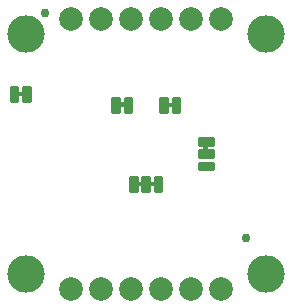
<source format=gbs>
G04 EAGLE Gerber RS-274X export*
G75*
%MOMM*%
%FSLAX34Y34*%
%LPD*%
%INSoldermask Bottom*%
%IPPOS*%
%AMOC8*
5,1,8,0,0,1.08239X$1,22.5*%
G01*
%ADD10C,0.228344*%
%ADD11C,3.175000*%
%ADD12C,2.006600*%
%ADD13C,0.762000*%

G36*
X179135Y129552D02*
X179135Y129552D01*
X179201Y129554D01*
X179244Y129572D01*
X179291Y129580D01*
X179348Y129614D01*
X179408Y129639D01*
X179443Y129670D01*
X179484Y129695D01*
X179526Y129746D01*
X179574Y129790D01*
X179596Y129832D01*
X179625Y129869D01*
X179646Y129931D01*
X179677Y129990D01*
X179685Y130044D01*
X179697Y130081D01*
X179696Y130121D01*
X179704Y130175D01*
X179704Y133985D01*
X179693Y134050D01*
X179691Y134116D01*
X179673Y134159D01*
X179665Y134206D01*
X179631Y134263D01*
X179606Y134323D01*
X179575Y134358D01*
X179550Y134399D01*
X179499Y134441D01*
X179455Y134489D01*
X179413Y134511D01*
X179376Y134540D01*
X179314Y134561D01*
X179255Y134592D01*
X179201Y134600D01*
X179164Y134612D01*
X179124Y134611D01*
X179070Y134619D01*
X176530Y134619D01*
X176465Y134608D01*
X176399Y134606D01*
X176356Y134588D01*
X176309Y134580D01*
X176252Y134546D01*
X176192Y134521D01*
X176157Y134490D01*
X176116Y134465D01*
X176075Y134414D01*
X176026Y134370D01*
X176004Y134328D01*
X175975Y134291D01*
X175954Y134229D01*
X175923Y134170D01*
X175915Y134116D01*
X175903Y134079D01*
X175903Y134075D01*
X175903Y134074D01*
X175904Y134039D01*
X175896Y133985D01*
X175896Y130175D01*
X175907Y130110D01*
X175909Y130044D01*
X175927Y130001D01*
X175935Y129954D01*
X175969Y129897D01*
X175994Y129837D01*
X176025Y129802D01*
X176050Y129761D01*
X176101Y129720D01*
X176145Y129671D01*
X176187Y129649D01*
X176224Y129620D01*
X176286Y129599D01*
X176345Y129568D01*
X176399Y129560D01*
X176436Y129548D01*
X176476Y129549D01*
X176530Y129541D01*
X179070Y129541D01*
X179135Y129552D01*
G37*
G36*
X22798Y175907D02*
X22798Y175907D01*
X22864Y175909D01*
X22907Y175927D01*
X22954Y175935D01*
X23011Y175969D01*
X23071Y175994D01*
X23106Y176025D01*
X23147Y176050D01*
X23189Y176101D01*
X23237Y176145D01*
X23259Y176187D01*
X23288Y176224D01*
X23309Y176286D01*
X23340Y176345D01*
X23348Y176399D01*
X23360Y176436D01*
X23359Y176476D01*
X23367Y176530D01*
X23367Y179070D01*
X23356Y179135D01*
X23354Y179201D01*
X23336Y179244D01*
X23328Y179291D01*
X23294Y179348D01*
X23269Y179408D01*
X23238Y179443D01*
X23213Y179484D01*
X23162Y179526D01*
X23118Y179574D01*
X23076Y179596D01*
X23039Y179625D01*
X22977Y179646D01*
X22918Y179677D01*
X22864Y179685D01*
X22827Y179697D01*
X22787Y179696D01*
X22733Y179704D01*
X18923Y179704D01*
X18858Y179693D01*
X18792Y179691D01*
X18749Y179673D01*
X18702Y179665D01*
X18645Y179631D01*
X18585Y179606D01*
X18550Y179575D01*
X18509Y179550D01*
X18468Y179499D01*
X18419Y179455D01*
X18397Y179413D01*
X18368Y179376D01*
X18347Y179314D01*
X18316Y179255D01*
X18308Y179201D01*
X18296Y179164D01*
X18296Y179161D01*
X18297Y179124D01*
X18289Y179070D01*
X18289Y176530D01*
X18300Y176465D01*
X18302Y176399D01*
X18320Y176356D01*
X18328Y176309D01*
X18362Y176252D01*
X18387Y176192D01*
X18418Y176157D01*
X18443Y176116D01*
X18494Y176075D01*
X18538Y176026D01*
X18580Y176004D01*
X18617Y175975D01*
X18679Y175954D01*
X18738Y175923D01*
X18792Y175915D01*
X18829Y175903D01*
X18869Y175904D01*
X18923Y175896D01*
X22733Y175896D01*
X22798Y175907D01*
G37*
G36*
X108650Y166763D02*
X108650Y166763D01*
X108716Y166765D01*
X108759Y166783D01*
X108806Y166791D01*
X108863Y166825D01*
X108923Y166850D01*
X108958Y166881D01*
X108999Y166906D01*
X109041Y166957D01*
X109089Y167001D01*
X109111Y167043D01*
X109140Y167080D01*
X109161Y167142D01*
X109192Y167201D01*
X109200Y167255D01*
X109212Y167292D01*
X109211Y167332D01*
X109219Y167386D01*
X109219Y169926D01*
X109208Y169991D01*
X109206Y170057D01*
X109188Y170100D01*
X109180Y170147D01*
X109146Y170204D01*
X109121Y170264D01*
X109090Y170299D01*
X109065Y170340D01*
X109014Y170382D01*
X108970Y170430D01*
X108928Y170452D01*
X108891Y170481D01*
X108829Y170502D01*
X108770Y170533D01*
X108716Y170541D01*
X108679Y170553D01*
X108639Y170552D01*
X108585Y170560D01*
X104775Y170560D01*
X104710Y170549D01*
X104644Y170547D01*
X104601Y170529D01*
X104554Y170521D01*
X104497Y170487D01*
X104437Y170462D01*
X104402Y170431D01*
X104361Y170406D01*
X104320Y170355D01*
X104271Y170311D01*
X104249Y170269D01*
X104220Y170232D01*
X104199Y170170D01*
X104168Y170111D01*
X104160Y170057D01*
X104148Y170020D01*
X104148Y170017D01*
X104149Y169980D01*
X104141Y169926D01*
X104141Y167386D01*
X104152Y167321D01*
X104154Y167255D01*
X104172Y167212D01*
X104180Y167165D01*
X104214Y167108D01*
X104239Y167048D01*
X104270Y167013D01*
X104295Y166972D01*
X104346Y166931D01*
X104390Y166882D01*
X104432Y166860D01*
X104469Y166831D01*
X104531Y166810D01*
X104590Y166779D01*
X104644Y166771D01*
X104681Y166759D01*
X104721Y166760D01*
X104775Y166752D01*
X108585Y166752D01*
X108650Y166763D01*
G37*
G36*
X149290Y166509D02*
X149290Y166509D01*
X149356Y166511D01*
X149399Y166529D01*
X149446Y166537D01*
X149503Y166571D01*
X149563Y166596D01*
X149598Y166627D01*
X149639Y166652D01*
X149681Y166703D01*
X149729Y166747D01*
X149751Y166789D01*
X149780Y166826D01*
X149801Y166888D01*
X149832Y166947D01*
X149840Y167001D01*
X149852Y167038D01*
X149851Y167078D01*
X149859Y167132D01*
X149859Y169672D01*
X149848Y169737D01*
X149846Y169803D01*
X149828Y169846D01*
X149820Y169893D01*
X149786Y169950D01*
X149761Y170010D01*
X149730Y170045D01*
X149705Y170086D01*
X149654Y170128D01*
X149610Y170176D01*
X149568Y170198D01*
X149531Y170227D01*
X149469Y170248D01*
X149410Y170279D01*
X149356Y170287D01*
X149319Y170299D01*
X149279Y170298D01*
X149225Y170306D01*
X145415Y170306D01*
X145350Y170295D01*
X145284Y170293D01*
X145241Y170275D01*
X145194Y170267D01*
X145137Y170233D01*
X145077Y170208D01*
X145042Y170177D01*
X145001Y170152D01*
X144960Y170101D01*
X144911Y170057D01*
X144889Y170015D01*
X144860Y169978D01*
X144839Y169916D01*
X144808Y169857D01*
X144800Y169803D01*
X144788Y169766D01*
X144788Y169763D01*
X144789Y169726D01*
X144781Y169672D01*
X144781Y167132D01*
X144792Y167067D01*
X144794Y167001D01*
X144812Y166958D01*
X144820Y166911D01*
X144854Y166854D01*
X144879Y166794D01*
X144910Y166759D01*
X144935Y166718D01*
X144986Y166677D01*
X145030Y166628D01*
X145072Y166606D01*
X145109Y166577D01*
X145171Y166556D01*
X145230Y166525D01*
X145284Y166517D01*
X145321Y166505D01*
X145361Y166506D01*
X145415Y166498D01*
X149225Y166498D01*
X149290Y166509D01*
G37*
G36*
X123890Y99707D02*
X123890Y99707D01*
X123956Y99709D01*
X123999Y99727D01*
X124046Y99735D01*
X124103Y99769D01*
X124163Y99794D01*
X124198Y99825D01*
X124239Y99850D01*
X124281Y99901D01*
X124329Y99945D01*
X124351Y99987D01*
X124380Y100024D01*
X124401Y100086D01*
X124432Y100145D01*
X124440Y100199D01*
X124452Y100236D01*
X124451Y100276D01*
X124459Y100330D01*
X124459Y102870D01*
X124448Y102935D01*
X124446Y103001D01*
X124428Y103044D01*
X124420Y103091D01*
X124386Y103148D01*
X124361Y103208D01*
X124330Y103243D01*
X124305Y103284D01*
X124254Y103326D01*
X124210Y103374D01*
X124168Y103396D01*
X124131Y103425D01*
X124069Y103446D01*
X124010Y103477D01*
X123956Y103485D01*
X123919Y103497D01*
X123879Y103496D01*
X123825Y103504D01*
X120015Y103504D01*
X119950Y103493D01*
X119884Y103491D01*
X119841Y103473D01*
X119794Y103465D01*
X119737Y103431D01*
X119677Y103406D01*
X119642Y103375D01*
X119601Y103350D01*
X119560Y103299D01*
X119511Y103255D01*
X119489Y103213D01*
X119460Y103176D01*
X119439Y103114D01*
X119408Y103055D01*
X119400Y103001D01*
X119388Y102964D01*
X119388Y102961D01*
X119389Y102924D01*
X119381Y102870D01*
X119381Y100330D01*
X119392Y100265D01*
X119394Y100199D01*
X119412Y100156D01*
X119420Y100109D01*
X119454Y100052D01*
X119479Y99992D01*
X119510Y99957D01*
X119535Y99916D01*
X119586Y99875D01*
X119630Y99826D01*
X119672Y99804D01*
X119709Y99775D01*
X119771Y99754D01*
X119830Y99723D01*
X119884Y99715D01*
X119921Y99703D01*
X119961Y99704D01*
X120015Y99696D01*
X123825Y99696D01*
X123890Y99707D01*
G37*
G36*
X134050Y99707D02*
X134050Y99707D01*
X134116Y99709D01*
X134159Y99727D01*
X134206Y99735D01*
X134263Y99769D01*
X134323Y99794D01*
X134358Y99825D01*
X134399Y99850D01*
X134441Y99901D01*
X134489Y99945D01*
X134511Y99987D01*
X134540Y100024D01*
X134561Y100086D01*
X134592Y100145D01*
X134600Y100199D01*
X134612Y100236D01*
X134611Y100276D01*
X134619Y100330D01*
X134619Y102870D01*
X134608Y102935D01*
X134606Y103001D01*
X134588Y103044D01*
X134580Y103091D01*
X134546Y103148D01*
X134521Y103208D01*
X134490Y103243D01*
X134465Y103284D01*
X134414Y103326D01*
X134370Y103374D01*
X134328Y103396D01*
X134291Y103425D01*
X134229Y103446D01*
X134170Y103477D01*
X134116Y103485D01*
X134079Y103497D01*
X134039Y103496D01*
X133985Y103504D01*
X130175Y103504D01*
X130110Y103493D01*
X130044Y103491D01*
X130001Y103473D01*
X129954Y103465D01*
X129897Y103431D01*
X129837Y103406D01*
X129802Y103375D01*
X129761Y103350D01*
X129720Y103299D01*
X129671Y103255D01*
X129649Y103213D01*
X129620Y103176D01*
X129599Y103114D01*
X129568Y103055D01*
X129560Y103001D01*
X129548Y102964D01*
X129548Y102961D01*
X129549Y102924D01*
X129541Y102870D01*
X129541Y100330D01*
X129552Y100265D01*
X129554Y100199D01*
X129572Y100156D01*
X129580Y100109D01*
X129614Y100052D01*
X129639Y99992D01*
X129670Y99957D01*
X129695Y99916D01*
X129746Y99875D01*
X129790Y99826D01*
X129832Y99804D01*
X129869Y99775D01*
X129931Y99754D01*
X129990Y99723D01*
X130044Y99715D01*
X130081Y99703D01*
X130121Y99704D01*
X130175Y99696D01*
X133985Y99696D01*
X134050Y99707D01*
G37*
D10*
X183644Y119382D02*
X183644Y113790D01*
X171956Y113790D01*
X171956Y119382D01*
X183644Y119382D01*
X183644Y115959D02*
X171956Y115959D01*
X171956Y118128D02*
X183644Y118128D01*
X183644Y124204D02*
X183644Y129796D01*
X183644Y124204D02*
X171956Y124204D01*
X171956Y129796D01*
X183644Y129796D01*
X183644Y126373D02*
X171956Y126373D01*
X171956Y128542D02*
X183644Y128542D01*
X183644Y134618D02*
X183644Y140210D01*
X183644Y134618D02*
X171956Y134618D01*
X171956Y140210D01*
X183644Y140210D01*
X183644Y136787D02*
X171956Y136787D01*
X171956Y138956D02*
X183644Y138956D01*
D11*
X25400Y228600D03*
X25400Y25400D03*
X228600Y25400D03*
D10*
X119382Y95756D02*
X113790Y95756D01*
X113790Y107444D01*
X119382Y107444D01*
X119382Y95756D01*
X119382Y97925D02*
X113790Y97925D01*
X113790Y100094D02*
X119382Y100094D01*
X119382Y102263D02*
X113790Y102263D01*
X113790Y104432D02*
X119382Y104432D01*
X119382Y106601D02*
X113790Y106601D01*
X124204Y95756D02*
X129796Y95756D01*
X124204Y95756D02*
X124204Y107444D01*
X129796Y107444D01*
X129796Y95756D01*
X129796Y97925D02*
X124204Y97925D01*
X124204Y100094D02*
X129796Y100094D01*
X129796Y102263D02*
X124204Y102263D01*
X124204Y104432D02*
X129796Y104432D01*
X129796Y106601D02*
X124204Y106601D01*
X134618Y95756D02*
X140210Y95756D01*
X134618Y95756D02*
X134618Y107444D01*
X140210Y107444D01*
X140210Y95756D01*
X140210Y97925D02*
X134618Y97925D01*
X134618Y100094D02*
X140210Y100094D01*
X140210Y102263D02*
X134618Y102263D01*
X134618Y104432D02*
X140210Y104432D01*
X140210Y106601D02*
X134618Y106601D01*
D12*
X190500Y12700D03*
X165100Y12700D03*
X139700Y12700D03*
X114300Y12700D03*
X88900Y12700D03*
X63500Y12700D03*
D10*
X139317Y162558D02*
X144909Y162558D01*
X139317Y162558D02*
X139317Y174246D01*
X144909Y174246D01*
X144909Y162558D01*
X144909Y164727D02*
X139317Y164727D01*
X139317Y166896D02*
X144909Y166896D01*
X144909Y169065D02*
X139317Y169065D01*
X139317Y171234D02*
X144909Y171234D01*
X144909Y173403D02*
X139317Y173403D01*
X149731Y162558D02*
X155323Y162558D01*
X149731Y162558D02*
X149731Y174246D01*
X155323Y174246D01*
X155323Y162558D01*
X155323Y164727D02*
X149731Y164727D01*
X149731Y166896D02*
X155323Y166896D01*
X155323Y169065D02*
X149731Y169065D01*
X149731Y171234D02*
X155323Y171234D01*
X155323Y173403D02*
X149731Y173403D01*
X114683Y174500D02*
X109091Y174500D01*
X114683Y174500D02*
X114683Y162812D01*
X109091Y162812D01*
X109091Y174500D01*
X109091Y164981D02*
X114683Y164981D01*
X114683Y167150D02*
X109091Y167150D01*
X109091Y169319D02*
X114683Y169319D01*
X114683Y171488D02*
X109091Y171488D01*
X109091Y173657D02*
X114683Y173657D01*
X104269Y174500D02*
X98677Y174500D01*
X104269Y174500D02*
X104269Y162812D01*
X98677Y162812D01*
X98677Y174500D01*
X98677Y164981D02*
X104269Y164981D01*
X104269Y167150D02*
X98677Y167150D01*
X98677Y169319D02*
X104269Y169319D01*
X104269Y171488D02*
X98677Y171488D01*
X98677Y173657D02*
X104269Y173657D01*
D12*
X63500Y241300D03*
X88900Y241300D03*
X114300Y241300D03*
X139700Y241300D03*
X165100Y241300D03*
X190500Y241300D03*
D13*
X41910Y246380D03*
X212344Y55880D03*
D10*
X28831Y183644D02*
X23239Y183644D01*
X28831Y183644D02*
X28831Y171956D01*
X23239Y171956D01*
X23239Y183644D01*
X23239Y174125D02*
X28831Y174125D01*
X28831Y176294D02*
X23239Y176294D01*
X23239Y178463D02*
X28831Y178463D01*
X28831Y180632D02*
X23239Y180632D01*
X23239Y182801D02*
X28831Y182801D01*
X18417Y183644D02*
X12825Y183644D01*
X18417Y183644D02*
X18417Y171956D01*
X12825Y171956D01*
X12825Y183644D01*
X12825Y174125D02*
X18417Y174125D01*
X18417Y176294D02*
X12825Y176294D01*
X12825Y178463D02*
X18417Y178463D01*
X18417Y180632D02*
X12825Y180632D01*
X12825Y182801D02*
X18417Y182801D01*
D11*
X228600Y228600D03*
M02*

</source>
